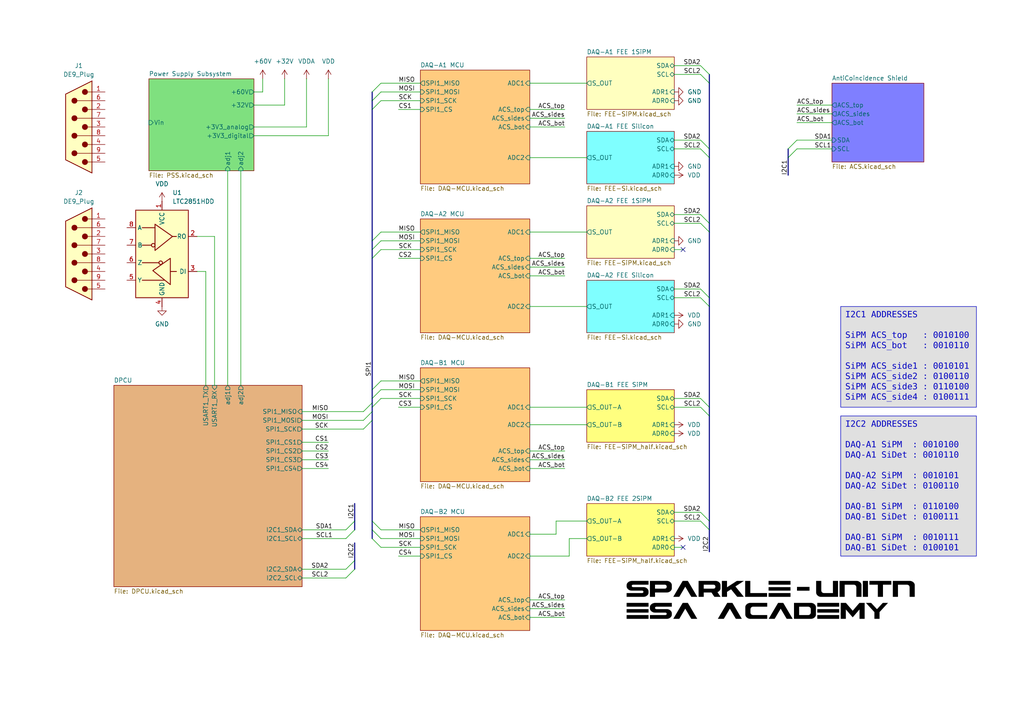
<source format=kicad_sch>
(kicad_sch (version 20231120) (generator "eeschema") (generator_version "8.0")
  (paper "A4")
  (title_block (title "SPaRKLE electronic subsystem") (date "2024-10-17") (rev "1.0"))
  (lib_symbols
    (symbol "Connector:DE9_Plug" (pin_names (offset 1.016) hide)
      (property "Reference" "J" (at 0 13.97 0))
      (property "Value" "DE9_Plug" (at 0 -14.605 0))
      (symbol "DE9_Plug_0_1"
        (circle (center -1.778 -10.16) (radius 0.762) (fill (type outline)))
        (circle (center -1.778 -5.08) (radius 0.762) (fill (type outline)))
        (circle (center -1.778 0) (radius 0.762) (fill (type outline)))
        (circle (center -1.778 5.08) (radius 0.762) (fill (type outline)))
        (circle (center -1.778 10.16) (radius 0.762) (fill (type outline)))
        (polyline (pts (xy -3.81 -10.16) (xy -2.54 -10.16)))
        (polyline (pts (xy -3.81 -7.62) (xy 0.508 -7.62)))
        (polyline (pts (xy -3.81 -5.08) (xy -2.54 -5.08)))
        (polyline (pts (xy -3.81 -2.54) (xy 0.508 -2.54)))
        (polyline (pts (xy -3.81 0) (xy -2.54 0)))
        (polyline (pts (xy -3.81 2.54) (xy 0.508 2.54)))
        (polyline (pts (xy -3.81 5.08) (xy -2.54 5.08)))
        (polyline (pts (xy -3.81 7.62) (xy 0.508 7.62)))
        (polyline (pts (xy -3.81 10.16) (xy -2.54 10.16)))
        (polyline (pts (xy -3.81 -13.335) (xy -3.81 13.335) (xy 3.81 9.525) (xy 3.81 -9.525) (xy -3.81 -13.335)) (stroke (width 0.254)) (fill (type background)))
        (circle (center 1.27 -7.62) (radius 0.762) (fill (type outline)))
        (circle (center 1.27 -2.54) (radius 0.762) (fill (type outline)))
        (circle (center 1.27 2.54) (radius 0.762) (fill (type outline)))
        (circle (center 1.27 7.62) (radius 0.762) (fill (type outline)))
      )
      (symbol "DE9_Plug_1_1"
        (pin passive line (at -7.62 -10.16 0) (length 3.81) (name "1") (number "1"))
        (pin passive line (at -7.62 -5.08 0) (length 3.81) (name "2") (number "2"))
        (pin passive line (at -7.62 0 0) (length 3.81) (name "3") (number "3"))
        (pin passive line (at -7.62 5.08 0) (length 3.81) (name "4") (number "4"))
        (pin passive line (at -7.62 10.16 0) (length 3.81) (name "5") (number "5"))
        (pin passive line (at -7.62 -7.62 0) (length 3.81) (name "6") (number "6"))
        (pin passive line (at -7.62 -2.54 0) (length 3.81) (name "7") (number "7"))
        (pin passive line (at -7.62 2.54 0) (length 3.81) (name "8") (number "8"))
        (pin passive line (at -7.62 7.62 0) (length 3.81) (name "9") (number "9"))
      )
    )
    (symbol "Interface_UART:LTC2851xDD"
      (property "Reference" "U" (at -6.985 13.97 0))
      (property "Value" "LTC2851xDD" (at 7.62 13.97 0))
      (symbol "LTC2851xDD_0_1"
        (rectangle (start -7.62 12.7) (end 7.62 -12.7) (stroke (width 0.254)) (fill (type background)))
      )
      (symbol "LTC2851xDD_1_1"
        (polyline (pts (xy -2.54 -5.08) (xy -4.191 -5.08)) (stroke (width 0.254)))
        (polyline (pts (xy -0.635 -7.62) (xy 5.715 -7.62)) (stroke (width 0.254)))
        (polyline (pts (xy 0.889 -2.54) (xy 5.715 -2.54)) (stroke (width 0.254)))
        (polyline (pts (xy 2.032 7.62) (xy 5.715 7.62)) (stroke (width 0.254)))
        (polyline (pts (xy 3.048 2.54) (xy 5.715 2.54)) (stroke (width 0.254)))
        (polyline (pts (xy -3.175 5.08) (xy -4.191 5.08) (xy -4.064 5.08)) (stroke (width 0.254)))
        (polyline (pts (xy -2.413 -5.08) (xy -2.413 -1.27) (xy 2.667 -4.826) (xy -2.413 -8.89) (xy -2.413 -5.08)) (stroke (width 0.254)))
        (polyline (pts (xy 2.032 4.826) (xy 2.032 8.636) (xy -3.048 5.08) (xy 2.032 1.016) (xy 2.032 4.826)) (stroke (width 0.254)))
        (circle (center 0.381 -2.54) (radius 0.508) (stroke (width 0.254)))
        (circle (center 2.54 2.54) (radius 0.508) (stroke (width 0.254)))
        (pin power_in line (at 0 15.24 270) (length 2.54) (name "VCC") (number "1"))
        (pin output line (at -10.16 5.08 0) (length 2.54) (name "RO") (number "2"))
        (pin input line (at -10.16 -5.08 0) (length 2.54) (name "DI") (number "3"))
        (pin power_in line (at 0 -15.24 90) (length 2.54) (name "GND") (number "4"))
        (pin output line (at 10.16 -7.62 180) (length 2.54) (name "Y") (number "5"))
        (pin output line (at 10.16 -2.54 180) (length 2.54) (name "Z") (number "6"))
        (pin input line (at 10.16 2.54 180) (length 2.54) (name "B") (number "7"))
        (pin input line (at 10.16 7.62 180) (length 2.54) (name "A") (number "8"))
        (pin passive line (at 0 -15.24 90) (length 2.54) hide (name "GND") (number "9"))
      )
    )
    (symbol "power:+BATT" (power) (pin_numbers hide) (pin_names (offset 0) hide)
      (property "Value" "+BATT" (at 0 3.556 0))
      (symbol "+BATT_0_1"
        (polyline (pts (xy -0.762 1.27) (xy 0 2.54)))
        (polyline (pts (xy 0 0) (xy 0 2.54)))
        (polyline (pts (xy 0 2.54) (xy 0.762 1.27)))
      )
      (symbol "+BATT_1_1"
        (pin power_in line (at 0 0 90) (length 0) (name "~") (number "1"))
      )
    )
    (symbol "power:GND" (power) (pin_numbers hide) (pin_names (offset 0) hide)
      (property "Value" "GND" (at 0 -3.81 0))
      (symbol "GND_0_1"
        (polyline (pts (xy 0 0) (xy 0 -1.27) (xy 1.27 -1.27) (xy 0 -2.54) (xy -1.27 -1.27) (xy 0 -1.27)))
      )
      (symbol "GND_1_1"
        (pin power_in line (at 0 0 270) (length 0) (name "~") (number "1"))
      )
    )
    (symbol "power:VDD" (power) (pin_numbers hide) (pin_names (offset 0) hide)
      (property "Value" "VDD" (at 0 3.556 0))
      (symbol "VDD_0_1"
        (polyline (pts (xy -0.762 1.27) (xy 0 2.54)))
        (polyline (pts (xy 0 0) (xy 0 2.54)))
        (polyline (pts (xy 0 2.54) (xy 0.762 1.27)))
      )
      (symbol "VDD_1_1"
        (pin power_in line (at 0 0 90) (length 0) (name "~") (number "1"))
      )
    )
  )
  (no_connect (at 198.12 72.39))
  (no_connect (at 198.12 158.75))
  (bus_entry (at 205.74 151.13) (size -2.54 -2.54))
  (bus_entry (at 205.74 43.18) (size -2.54 -2.54))
  (bus_entry (at 107.95 151.13) (size 2.54 2.54))
  (bus_entry (at 107.95 115.57) (size 2.54 -2.54))
  (bus_entry (at 105.41 121.92) (size 2.54 -2.54))
  (bus_entry (at 205.74 45.72) (size -2.54 -2.54))
  (bus_entry (at 107.95 153.67) (size 2.54 2.54))
  (bus_entry (at 107.95 69.85) (size 2.54 -2.54))
  (bus_entry (at 205.74 67.31) (size -2.54 -2.54))
  (bus_entry (at 205.74 64.77) (size -2.54 -2.54))
  (bus_entry (at 107.95 72.39) (size 2.54 -2.54))
  (bus_entry (at 205.74 86.36) (size -2.54 -2.54))
  (bus_entry (at 205.74 24.13) (size -2.54 -2.54))
  (bus_entry (at 105.41 119.38) (size 2.54 -2.54))
  (bus_entry (at 100.33 153.67) (size 2.54 -2.54))
  (bus_entry (at 107.95 29.21) (size 2.54 -2.54))
  (bus_entry (at 205.74 153.67) (size -2.54 -2.54))
  (bus_entry (at 205.74 88.9) (size -2.54 -2.54))
  (bus_entry (at 107.95 31.75) (size 2.54 -2.54))
  (bus_entry (at 100.33 165.1) (size 2.54 -2.54))
  (bus_entry (at 107.95 113.03) (size 2.54 -2.54))
  (bus_entry (at 105.41 124.46) (size 2.54 -2.54))
  (bus_entry (at 205.74 120.65) (size -2.54 -2.54))
  (bus_entry (at 205.74 118.11) (size -2.54 -2.54))
  (bus_entry (at 107.95 26.67) (size 2.54 -2.54))
  (bus_entry (at 228.6 45.72) (size 2.54 -2.54))
  (bus_entry (at 107.95 156.21) (size 2.54 2.54))
  (bus_entry (at 228.6 43.18) (size 2.54 -2.54))
  (bus_entry (at 100.33 167.64) (size 2.54 -2.54))
  (bus_entry (at 107.95 74.93) (size 2.54 -2.54))
  (bus_entry (at 100.33 156.21) (size 2.54 -2.54))
  (bus_entry (at 205.74 21.59) (size -2.54 -2.54))
  (bus_entry (at 107.95 118.11) (size 2.54 -2.54))
  (wire (pts (xy 87.63 135.89) (xy 95.25 135.89)))
  (wire (pts (xy 153.67 88.9) (xy 170.18 88.9)))
  (wire (pts (xy 153.67 34.29) (xy 163.83 34.29)))
  (wire (pts (xy 153.67 173.99) (xy 163.83 173.99)))
  (bus (pts (xy 102.87 162.56) (xy 102.87 165.1)))
  (wire (pts (xy 153.67 45.72) (xy 170.18 45.72)))
  (bus (pts (xy 107.95 116.84) (xy 107.95 118.11)))
  (wire (pts (xy 110.49 153.67) (xy 121.92 153.67)))
  (wire (pts (xy 203.2 64.77) (xy 195.58 64.77)))
  (wire (pts (xy 115.57 161.29) (xy 121.92 161.29)))
  (wire (pts (xy 153.67 77.47) (xy 163.83 77.47)))
  (wire (pts (xy 62.23 68.58) (xy 62.23 111.76)))
  (wire (pts (xy 87.63 130.81) (xy 95.25 130.81)))
  (wire (pts (xy 153.67 24.13) (xy 170.18 24.13)))
  (wire (pts (xy 87.63 124.46) (xy 105.41 124.46)))
  (wire (pts (xy 87.63 119.38) (xy 105.41 119.38)))
  (wire (pts (xy 73.66 26.67) (xy 76.2 26.67)))
  (bus (pts (xy 205.74 120.65) (xy 205.74 151.13)))
  (bus (pts (xy 107.95 72.39) (xy 107.95 74.93)))
  (bus (pts (xy 107.95 121.92) (xy 107.95 119.38)))
  (wire (pts (xy 203.2 21.59) (xy 195.58 21.59)))
  (wire (pts (xy 87.63 156.21) (xy 100.33 156.21)))
  (wire (pts (xy 110.49 69.85) (xy 121.92 69.85)))
  (wire (pts (xy 195.58 72.39) (xy 198.12 72.39)))
  (bus (pts (xy 205.74 67.31) (xy 205.74 86.36)))
  (wire (pts (xy 203.2 43.18) (xy 195.58 43.18)))
  (wire (pts (xy 153.67 80.01) (xy 163.83 80.01)))
  (wire (pts (xy 153.67 176.53) (xy 163.83 176.53)))
  (wire (pts (xy 110.49 72.39) (xy 121.92 72.39)))
  (bus (pts (xy 205.74 118.11) (xy 205.74 120.65)))
  (wire (pts (xy 203.2 151.13) (xy 195.58 151.13)))
  (wire (pts (xy 153.67 123.19) (xy 170.18 123.19)))
  (wire (pts (xy 76.2 22.86) (xy 76.2 26.67)))
  (wire (pts (xy 161.29 151.13) (xy 170.18 151.13)))
  (wire (pts (xy 95.25 22.86) (xy 95.25 39.37)))
  (wire (pts (xy 203.2 83.82) (xy 195.58 83.82)))
  (wire (pts (xy 153.67 74.93) (xy 163.83 74.93)))
  (bus (pts (xy 107.95 151.13) (xy 107.95 153.67)))
  (wire (pts (xy 153.67 133.35) (xy 163.83 133.35)))
  (wire (pts (xy 110.49 113.03) (xy 121.92 113.03)))
  (wire (pts (xy 87.63 165.1) (xy 100.33 165.1)))
  (wire (pts (xy 110.49 158.75) (xy 121.92 158.75)))
  (bus (pts (xy 205.74 86.36) (xy 205.74 88.9)))
  (wire (pts (xy 69.85 49.53) (xy 69.85 111.76)))
  (wire (pts (xy 203.2 86.36) (xy 195.58 86.36)))
  (wire (pts (xy 87.63 153.67) (xy 100.33 153.67)))
  (wire (pts (xy 153.67 161.29) (xy 165.1 161.29)))
  (wire (pts (xy 110.49 115.57) (xy 121.92 115.57)))
  (bus (pts (xy 107.95 26.67) (xy 107.95 29.21)))
  (wire (pts (xy 115.57 74.93) (xy 121.92 74.93)))
  (bus (pts (xy 205.74 153.67) (xy 205.74 160.02)))
  (wire (pts (xy 203.2 40.64) (xy 195.58 40.64)))
  (bus (pts (xy 107.95 69.85) (xy 107.95 72.39)))
  (bus (pts (xy 107.95 74.93) (xy 107.95 113.03)))
  (bus (pts (xy 205.74 151.13) (xy 205.74 153.67)))
  (bus (pts (xy 107.95 113.03) (xy 107.95 115.57)))
  (wire (pts (xy 57.15 78.74) (xy 59.69 78.74)))
  (wire (pts (xy 203.2 118.11) (xy 195.58 118.11)))
  (wire (pts (xy 110.49 24.13) (xy 121.92 24.13)))
  (bus (pts (xy 228.6 45.72) (xy 228.6 50.8)))
  (bus (pts (xy 205.74 24.13) (xy 205.74 43.18)))
  (bus (pts (xy 205.74 64.77) (xy 205.74 67.31)))
  (wire (pts (xy 88.9 22.86) (xy 88.9 36.83)))
  (wire (pts (xy 153.67 67.31) (xy 170.18 67.31)))
  (bus (pts (xy 107.95 119.38) (xy 107.95 118.11)))
  (bus (pts (xy 107.95 29.21) (xy 107.95 31.75)))
  (bus (pts (xy 102.87 157.48) (xy 102.87 162.56)))
  (wire (pts (xy 115.57 118.11) (xy 121.92 118.11)))
  (bus (pts (xy 228.6 43.18) (xy 228.6 45.72)))
  (wire (pts (xy 203.2 148.59) (xy 195.58 148.59)))
  (wire (pts (xy 153.67 154.94) (xy 161.29 154.94)))
  (bus (pts (xy 205.74 45.72) (xy 205.74 64.77)))
  (wire (pts (xy 57.15 68.58) (xy 62.23 68.58)))
  (wire (pts (xy 87.63 167.64) (xy 100.33 167.64)))
  (bus (pts (xy 102.87 146.05) (xy 102.87 151.13)))
  (bus (pts (xy 107.95 31.75) (xy 107.95 69.85)))
  (bus (pts (xy 107.95 115.57) (xy 107.95 116.84)))
  (wire (pts (xy 241.3 30.48) (xy 231.14 30.48)))
  (wire (pts (xy 231.14 43.18) (xy 241.3 43.18)))
  (wire (pts (xy 203.2 62.23) (xy 195.58 62.23)))
  (wire (pts (xy 87.63 121.92) (xy 105.41 121.92)))
  (wire (pts (xy 203.2 19.05) (xy 195.58 19.05)))
  (wire (pts (xy 110.49 110.49) (xy 121.92 110.49)))
  (wire (pts (xy 110.49 67.31) (xy 121.92 67.31)))
  (wire (pts (xy 66.04 49.53) (xy 66.04 111.76)))
  (bus (pts (xy 107.95 121.92) (xy 107.95 151.13)))
  (wire (pts (xy 115.57 31.75) (xy 121.92 31.75)))
  (wire (pts (xy 165.1 161.29) (xy 165.1 156.21)))
  (wire (pts (xy 231.14 40.64) (xy 241.3 40.64)))
  (wire (pts (xy 59.69 78.74) (xy 59.69 111.76)))
  (wire (pts (xy 165.1 156.21) (xy 170.18 156.21)))
  (wire (pts (xy 241.3 35.56) (xy 231.14 35.56)))
  (wire (pts (xy 110.49 29.21) (xy 121.92 29.21)))
  (wire (pts (xy 110.49 156.21) (xy 121.92 156.21)))
  (wire (pts (xy 153.67 31.75) (xy 163.83 31.75)))
  (wire (pts (xy 195.58 158.75) (xy 198.12 158.75)))
  (bus (pts (xy 205.74 43.18) (xy 205.74 45.72)))
  (wire (pts (xy 153.67 36.83) (xy 163.83 36.83)))
  (wire (pts (xy 153.67 130.81) (xy 163.83 130.81)))
  (wire (pts (xy 241.3 33.02) (xy 231.14 33.02)))
  (wire (pts (xy 87.63 128.27) (xy 95.25 128.27)))
  (wire (pts (xy 153.67 118.11) (xy 170.18 118.11)))
  (bus (pts (xy 102.87 151.13) (xy 102.87 153.67)))
  (wire (pts (xy 73.66 30.48) (xy 82.55 30.48)))
  (wire (pts (xy 153.67 135.89) (xy 163.83 135.89)))
  (wire (pts (xy 73.66 39.37) (xy 95.25 39.37)))
  (bus (pts (xy 205.74 21.59) (xy 205.74 24.13)))
  (wire (pts (xy 73.66 36.83) (xy 88.9 36.83)))
  (wire (pts (xy 161.29 154.94) (xy 161.29 151.13)))
  (wire (pts (xy 153.67 179.07) (xy 163.83 179.07)))
  (bus (pts (xy 107.95 153.67) (xy 107.95 156.21)))
  (wire (pts (xy 203.2 115.57) (xy 195.58 115.57)))
  (wire (pts (xy 87.63 133.35) (xy 95.25 133.35)))
  (bus (pts (xy 205.74 88.9) (xy 205.74 118.11)))
  (wire (pts (xy 110.49 26.67) (xy 121.92 26.67)))
  (wire (pts (xy 82.55 22.86) (xy 82.55 30.48)))
  (image (at 223.52 173.99) (scale 0.489235))
  (text_box "I2C2 ADDRESSES\n\nDAQ-A1 SiPM  : 0010100\nDAQ-A1 SiDet : 0010110\n\nDAQ-A2 SiPM  : 0010101\nDAQ-A2 SiDet : 0100110\n\nDAQ-B1 SiPM  : 0110100\nDAQ-B1 SiDet : 0100111\n\nDAQ-B1 SiPM  : 0010111\nDAQ-B1 SiDet : 0100101" (at 243.84 120.65 0) (size 39.37 40.64) (fill (type color) (color 194 194 194 0.5)) (effects (font (size 1.778 1.778)) (justify left top)))
  (text_box "I2C1 ADDRESSES\n\nSiPM ACS_top   : 0010100\nSiPM ACS_bot   : 0010110\n\nSiPM ACS_side1 : 0010101\nSiPM ACS_side2 : 0100110\nSiPM ACS_side3 : 0110100\nSiPM ACS_side4 : 0100111\n\n" (at 243.84 88.9 0) (size 39.37 29.21) (fill (type color) (color 194 194 194 0.5)) (effects (font (size 1.778 1.778)) (justify left top)))
  (label "SDA2" (at 203.2 40.64 180))
  (label "ACS_sides" (at 163.83 77.47 180))
  (label "I2C2" (at 205.74 160.02 90))
  (label "SDA1" (at 236.22 40.64 0))
  (label "SCL2" (at 203.2 21.59 180))
  (label "ACS_bot" (at 163.83 80.01 180))
  (label "SCL2" (at 203.2 118.11 180))
  (label "SDA2" (at 203.2 62.23 180))
  (label "I2C2" (at 102.87 157.48 270))
  (label "SDA2" (at 203.2 115.57 180))
  (label "SDA2" (at 203.2 83.82 180))
  (label "MISO" (at 115.57 153.67 0))
  (label "SCL2" (at 203.2 64.77 180))
  (label "ACS_sides" (at 163.83 176.53 180))
  (label "CS1" (at 95.25 128.27 180))
  (label "CS3" (at 95.25 133.35 180))
  (label "SCK" (at 95.25 124.46 180))
  (label "SCK" (at 115.57 115.57 0))
  (label "MOSI" (at 95.25 121.92 180))
  (label "SDA2" (at 203.2 148.59 180))
  (label "ACS_top" (at 163.83 130.81 180))
  (label "SCK" (at 115.57 158.75 0))
  (label "ACS_top" (at 231.14 30.48 0))
  (label "ACS_top" (at 163.83 31.75 180))
  (label "CS1" (at 115.57 31.75 0))
  (label "MOSI" (at 115.57 69.85 0))
  (label "MISO" (at 115.57 110.49 0))
  (label "MOSI" (at 115.57 26.67 0))
  (label "I2C1" (at 228.6 50.8 90))
  (label "SCL1" (at 96.52 156.21 180))
  (label "MISO" (at 95.25 119.38 180))
  (label "CS4" (at 115.57 161.29 0))
  (label "SCL1" (at 236.22 43.18 0))
  (label "SDA2" (at 203.2 19.05 180))
  (label "ACS_bot" (at 163.83 179.07 180))
  (label "CS3" (at 115.57 118.11 0))
  (label "ACS_sides" (at 163.83 133.35 180))
  (label "ACS_top" (at 163.83 74.93 180))
  (label "SDA2" (at 95.25 165.1 180))
  (label "ACS_top" (at 163.83 173.99 180))
  (label "MOSI" (at 115.57 113.03 0))
  (label "CS4" (at 95.25 135.89 180))
  (label "MISO" (at 115.57 24.13 0))
  (label "ACS_bot" (at 231.14 35.56 0))
  (label "ACS_bot" (at 163.83 135.89 180))
  (label "CS2" (at 115.57 74.93 0))
  (label "SCL2" (at 203.2 86.36 180))
  (label "SPI1" (at 107.95 109.22 90))
  (label "SDA1" (at 96.52 153.67 180))
  (label "SCK" (at 115.57 29.21 0))
  (label "I2C1" (at 102.87 146.05 270))
  (label "SCL2" (at 203.2 43.18 180))
  (label "SCL2" (at 203.2 151.13 180))
  (label "ACS_sides" (at 231.14 33.02 0))
  (label "MISO" (at 115.57 67.31 0))
  (label "ACS_sides" (at 163.83 34.29 180))
  (label "MOSI" (at 115.57 156.21 0))
  (label "SCK" (at 115.57 72.39 0))
  (label "ACS_bot" (at 163.83 36.83 180))
  (label "SCL2" (at 95.25 167.64 180))
  (label "CS2" (at 95.25 130.81 180))
  (symbol (lib_id "power:VDD") (at 195.58 91.44 270) (unit 1)
    (property "Reference" "#PWR012" (effects (hide yes)))
    (property "Value" "VDD" (at 199.39 91.4399 90) (effects (justify left)))
    (property "Description" "Power symbol creates a global label with name \"VDD\"" (effects (hide yes)))
  )
  (symbol (lib_id "power:GND") (at 195.58 26.67 90) (unit 1)
    (property "Reference" "#PWR05" (effects (hide yes)))
    (property "Value" "GND" (at 199.39 26.6699 90) (effects (justify right)))
    (property "Description" "Power symbol creates a global label with name \"GND\" , ground" (effects (hide yes)))
  )
  (symbol (lib_id "power:VDD") (at 195.58 123.19 270) (unit 1)
    (property "Reference" "#PWR014" (effects (hide yes)))
    (property "Value" "VDD" (at 199.39 123.1899 90) (effects (justify left)))
    (property "Description" "Power symbol creates a global label with name \"VDD\"" (effects (hide yes)))
  )
  (symbol (lib_id "power:+BATT") (at 82.55 22.86 0) (unit 1)
    (property "Reference" "#PWR02" (effects (hide yes)))
    (property "Value" "+32V" (at 82.55 17.78 0))
    (property "Description" "Power symbol creates a global label with name \"+BATT\"" (effects (hide yes)))
  )
  (symbol (lib_id "power:VDD") (at 195.58 50.8 270) (unit 1)
    (property "Reference" "#PWR08" (effects (hide yes)))
    (property "Value" "VDD" (at 199.39 50.7999 90) (effects (justify left)))
    (property "Description" "Power symbol creates a global label with name \"VDD\"" (effects (hide yes)))
  )
  (symbol (lib_id "power:+BATT") (at 76.2 22.86 0) (unit 1)
    (property "Reference" "#PWR01" (effects (hide yes)))
    (property "Value" "+60V" (at 76.2 17.78 0))
    (property "Description" "Power symbol creates a global label with name \"+BATT\"" (effects (hide yes)))
  )
  (symbol (lib_id "power:VDD") (at 195.58 125.73 270) (unit 1)
    (property "Reference" "#PWR015" (effects (hide yes)))
    (property "Value" "VDD" (at 199.39 125.7299 90) (effects (justify left)))
    (property "Description" "Power symbol creates a global label with name \"VDD\"" (effects (hide yes)))
  )
  (symbol (lib_id "power:GND") (at 195.58 48.26 90) (unit 1)
    (property "Reference" "#PWR07" (effects (hide yes)))
    (property "Value" "GND" (at 199.39 48.2599 90) (effects (justify right)))
    (property "Description" "Power symbol creates a global label with name \"GND\" , ground" (effects (hide yes)))
  )
  (symbol (lib_id "Connector:DE9_Plug") (at 22.86 36.83 180) (unit 1)
    (property "Reference" "J1" (at 22.86 19.05 0))
    (property "Value" "DE9_Plug" (at 22.86 21.59 0))
    (property "Datasheet" " ~" (effects (hide yes)))
    (property "Description" "9-pin male plug pin D-SUB connector" (effects (hide yes)))
  )
  (symbol (lib_id "power:VDD") (at 88.9 22.86 0) (unit 1)
    (property "Reference" "#PWR03" (effects (hide yes)))
    (property "Value" "VDDA" (at 88.9 17.78 0))
    (property "Description" "Power symbol creates a global label with name \"VDD\"" (effects (hide yes)))
  )
  (symbol (lib_id "Interface_UART:LTC2851xDD") (at 46.99 73.66 0) (mirror y) (unit 1)
    (property "Reference" "U1" (at 50.0065 55.88 0) (effects (justify right)))
    (property "Value" "LTC2851HDD" (at 50.0065 58.42 0) (effects (justify right)))
    (property "Footprint" "Package_DFN_QFN:DFN-8-1EP_3x3mm_P0.5mm_EP1.66x2.38mm" (effects (hide yes)))
    (property "Datasheet" "https://www.analog.com/media/en/technical-documentation/data-sheets/285012fe.pdf" (effects (hide yes)))
    (property "Description" "RS-485, RS-422 Full duplex 20Mbps transceiver, DFN-8" (effects (hide yes)))
  )
  (symbol (lib_id "power:GND") (at 46.99 88.9 0) (unit 1)
    (property "Reference" "#PWR011" (effects (hide yes)))
    (property "Value" "GND" (at 46.99 93.98 0))
    (property "Description" "Power symbol creates a global label with name \"GND\" , ground" (effects (hide yes)))
  )
  (symbol (lib_id "power:GND") (at 195.58 69.85 90) (unit 1)
    (property "Reference" "#PWR010" (effects (hide yes)))
    (property "Value" "GND" (at 199.39 69.8499 90) (effects (justify right)))
    (property "Description" "Power symbol creates a global label with name \"GND\" , ground" (effects (hide yes)))
  )
  (symbol (lib_id "power:VDD") (at 95.25 22.86 0) (unit 1)
    (property "Reference" "#PWR04" (effects (hide yes)))
    (property "Value" "VDD" (at 95.25 17.78 0))
    (property "Description" "Power symbol creates a global label with name \"VDD\"" (effects (hide yes)))
  )
  (symbol (lib_id "power:VDD") (at 46.99 58.42 0) (unit 1)
    (property "Reference" "#PWR09" (effects (hide yes)))
    (property "Value" "VDD" (at 46.99 53.34 0))
    (property "Description" "Power symbol creates a global label with name \"VDD\"" (effects (hide yes)))
  )
  (symbol (lib_id "power:GND") (at 195.58 29.21 90) (unit 1)
    (property "Reference" "#PWR06" (effects (hide yes)))
    (property "Value" "GND" (at 199.39 29.2099 90) (effects (justify right)))
    (property "Description" "Power symbol creates a global label with name \"GND\" , ground" (effects (hide yes)))
  )
  (symbol (lib_id "power:GND") (at 195.58 93.98 90) (unit 1)
    (property "Reference" "#PWR013" (effects (hide yes)))
    (property "Value" "GND" (at 199.39 93.9799 90) (effects (justify right)))
    (property "Description" "Power symbol creates a global label with name \"GND\" , ground" (effects (hide yes)))
  )
  (symbol (lib_id "Connector:DE9_Plug") (at 22.86 73.66 180) (unit 1)
    (property "Reference" "J2" (at 22.86 55.88 0))
    (property "Value" "DE9_Plug" (at 22.86 58.42 0))
    (property "Datasheet" " ~" (effects (hide yes)))
    (property "Description" "9-pin male plug pin D-SUB connector" (effects (hide yes)))
  )
  (symbol (lib_id "power:VDD") (at 195.58 156.21 270) (unit 1)
    (property "Reference" "#PWR016" (effects (hide yes)))
    (property "Value" "VDD" (at 199.39 156.2099 90) (effects (justify left)))
    (property "Description" "Power symbol creates a global label with name \"VDD\"" (effects (hide yes)))
  )
  (sheet (at 170.18 113.03) (size 25.4 15.24) (stroke (width 0.1524)) (fill (color 255 255 0 0.5000))
    (property "Sheetname" "DAQ-B1 FEE SiPM" (at 170.18 112.3184 0) (effects (justify left bottom)))
    (property "Sheetfile" "FEE-SiPM_half.kicad_sch" (at 170.18 128.8546 0) (effects (justify left top)))
    (pin "SCL" bidirectional (at 195.58 118.11 0))
    (pin "SDA" bidirectional (at 195.58 115.57 0))
    (pin "S_OUT-A" output (at 170.18 118.11 180))
    (pin "S_OUT-B" output (at 170.18 123.19 180))
    (pin "ADR1" input (at 195.58 123.19 0))
    (pin "ADR0" input (at 195.58 125.73 0))
  )
  (sheet (at 121.92 149.86) (size 31.75 33.02) (stroke (width 0.1524)) (fill (color 255 153 0 0.5000))
    (property "Sheetname" "DAQ-B2 MCU" (at 121.92 149.1484 0) (effects (justify left bottom)))
    (property "Sheetfile" "DAQ-MCU.kicad_sch" (at 121.92 183.4646 0) (effects (justify left top)))
    (pin "SPI1_MISO" output (at 121.92 153.67 180))
    (pin "SPI1_MOSI" input (at 121.92 156.21 180))
    (pin "SPI1_SCK" input (at 121.92 158.75 180))
    (pin "SPI1_CS" input (at 121.92 161.29 180))
    (pin "ADC1" input (at 153.67 154.94 0))
    (pin "ADC2" input (at 153.67 161.29 0))
    (pin "ACS_top" input (at 153.67 173.99 0))
    (pin "ACS_bot" input (at 153.67 179.07 0))
    (pin "ACS_sides" input (at 153.67 176.53 0))
  )
  (sheet (at 170.18 81.28) (size 25.4 15.24) (stroke (width 0.1524)) (fill (color 0 255 255 0.5000))
    (property "Sheetname" "DAQ-A2 FEE Silicon" (at 170.18 80.5684 0) (effects (justify left bottom)))
    (property "Sheetfile" "FEE-Si.kicad_sch" (at 170.18 97.1046 0) (effects (justify left top)))
    (pin "S_OUT" output (at 170.18 88.9 180))
    (pin "SDA" bidirectional (at 195.58 83.82 0))
    (pin "SCL" bidirectional (at 195.58 86.36 0))
    (pin "ADR0" input (at 195.58 93.98 0))
    (pin "ADR1" input (at 195.58 91.44 0))
  )
  (sheet (at 121.92 106.68) (size 31.75 33.02) (stroke (width 0.1524)) (fill (color 255 153 0 0.5000))
    (property "Sheetname" "DAQ-B1 MCU" (at 121.92 105.9684 0) (effects (justify left bottom)))
    (property "Sheetfile" "DAQ-MCU.kicad_sch" (at 121.92 140.2846 0) (effects (justify left top)))
    (pin "SPI1_MISO" output (at 121.92 110.49 180))
    (pin "SPI1_MOSI" input (at 121.92 113.03 180))
    (pin "SPI1_SCK" input (at 121.92 115.57 180))
    (pin "SPI1_CS" input (at 121.92 118.11 180))
    (pin "ADC1" input (at 153.67 118.11 0))
    (pin "ADC2" input (at 153.67 123.19 0))
    (pin "ACS_top" input (at 153.67 130.81 0))
    (pin "ACS_bot" input (at 153.67 135.89 0))
    (pin "ACS_sides" input (at 153.67 133.35 0))
  )
  (sheet (at 43.18 22.86) (size 30.48 26.67) (stroke (width 0.1524)) (fill (color 0 194 0 0.5000))
    (property "Sheetname" "Power Supply Subsystem" (at 43.18 22.1484 0) (effects (justify left bottom)))
    (property "Sheetfile" "PSS.kicad_sch" (at 43.18 50.1146 0) (effects (justify left top)))
    (pin "+3V3_analog" output (at 73.66 36.83 0))
    (pin "adj1" input (at 66.04 49.53 270))
    (pin "adj2" input (at 69.85 49.53 270))
    (pin "+3V3_digital" output (at 73.66 39.37 0))
    (pin "+60V" output (at 73.66 26.67 0))
    (pin "+32V" output (at 73.66 30.48 0))
    (pin "Vin" input (at 43.18 35.56 180))
  )
  (sheet (at 121.92 20.32) (size 31.75 33.02) (stroke (width 0.1524)) (fill (color 255 153 0 0.5000))
    (property "Sheetname" "DAQ-A1 MCU" (at 121.92 19.6084 0) (effects (justify left bottom)))
    (property "Sheetfile" "DAQ-MCU.kicad_sch" (at 121.92 53.9246 0) (effects (justify left top)))
    (pin "SPI1_MISO" output (at 121.92 24.13 180))
    (pin "SPI1_MOSI" input (at 121.92 26.67 180))
    (pin "SPI1_SCK" input (at 121.92 29.21 180))
    (pin "SPI1_CS" input (at 121.92 31.75 180))
    (pin "ADC1" input (at 153.67 24.13 0))
    (pin "ADC2" input (at 153.67 45.72 0))
    (pin "ACS_top" input (at 153.67 31.75 0))
    (pin "ACS_bot" input (at 153.67 36.83 0))
    (pin "ACS_sides" input (at 153.67 34.29 0))
  )
  (sheet (at 241.3 24.13) (size 26.67 22.86) (stroke (width 0.1524)) (fill (color 0 0 255 0.5000))
    (property "Sheetname" "AntiCoincidence Shield" (at 241.3 23.4184 0) (effects (justify left bottom)))
    (property "Sheetfile" "ACS.kicad_sch" (at 241.3 47.5746 0) (effects (justify left top)))
    (pin "ACS_sides" output (at 241.3 33.02 180))
    (pin "ACS_top" output (at 241.3 30.48 180))
    (pin "ACS_bot" output (at 241.3 35.56 180))
    (pin "SCL" input (at 241.3 43.18 180))
    (pin "SDA" input (at 241.3 40.64 180))
  )
  (sheet (at 33.02 111.76) (size 54.61 58.42) (stroke (width 0.1524)) (fill (color 204 102 0 0.5000))
    (property "Sheetname" "DPCU" (at 33.02 111.0484 0) (effects (justify left bottom)))
    (property "Sheetfile" "DPCU.kicad_sch" (at 33.02 170.7646 0) (effects (justify left top)))
    (pin "SPI1_MISO" input (at 87.63 119.38 0))
    (pin "SPI1_MOSI" output (at 87.63 121.92 0))
    (pin "USART1_TX" output (at 59.69 111.76 90))
    (pin "USART1_RX" input (at 62.23 111.76 90))
    (pin "SPI1_SCK" output (at 87.63 124.46 0))
    (pin "I2C1_SDA" bidirectional (at 87.63 153.67 0))
    (pin "I2C1_SCL" bidirectional (at 87.63 156.21 0))
    (pin "SPI1_CS4" output (at 87.63 135.89 0))
    (pin "SPI1_CS3" output (at 87.63 133.35 0))
    (pin "SPI1_CS2" output (at 87.63 130.81 0))
    (pin "SPI1_CS1" output (at 87.63 128.27 0))
    (pin "I2C2_SDA" bidirectional (at 87.63 165.1 0))
    (pin "I2C2_SCL" bidirectional (at 87.63 167.64 0))
    (pin "adj1" output (at 66.04 111.76 90))
    (pin "adj2" output (at 69.85 111.76 90))
  )
  (sheet (at 170.18 59.69) (size 25.4 15.24) (stroke (width 0.1524)) (fill (color 255 255 0 0.2500))
    (property "Sheetname" "DAQ-A2 FEE 1SiPM" (at 170.18 58.9784 0) (effects (justify left bottom)))
    (property "Sheetfile" "FEE-SiPM.kicad_sch" (at 170.18 75.5146 0) (effects (justify left top)))
    (pin "S_OUT" output (at 170.18 67.31 180))
    (pin "SCL" bidirectional (at 195.58 64.77 0))
    (pin "SDA" bidirectional (at 195.58 62.23 0))
    (pin "ADR1" input (at 195.58 69.85 0))
    (pin "ADR0" input (at 195.58 72.39 0))
  )
  (sheet (at 170.18 146.05) (size 25.4 15.24) (stroke (width 0.1524)) (fill (color 255 255 0 0.5000))
    (property "Sheetname" "DAQ-B2 FEE 2SiPM" (at 170.18 145.3384 0) (effects (justify left bottom)))
    (property "Sheetfile" "FEE-SiPM_half.kicad_sch" (at 170.18 161.8746 0) (effects (justify left top)))
    (pin "SCL" bidirectional (at 195.58 151.13 0))
    (pin "SDA" bidirectional (at 195.58 148.59 0))
    (pin "S_OUT-A" output (at 170.18 151.13 180))
    (pin "S_OUT-B" output (at 170.18 156.21 180))
    (pin "ADR1" input (at 195.58 156.21 0))
    (pin "ADR0" input (at 195.58 158.75 0))
  )
  (sheet (at 170.18 38.1) (size 25.4 15.24) (stroke (width 0.1524)) (fill (color 0 255 255 0.5000))
    (property "Sheetname" "DAQ-A1 FEE Silicon" (at 170.18 37.3884 0) (effects (justify left bottom)))
    (property "Sheetfile" "FEE-Si.kicad_sch" (at 170.18 53.9246 0) (effects (justify left top)))
    (pin "S_OUT" output (at 170.18 45.72 180))
    (pin "SDA" bidirectional (at 195.58 40.64 0))
    (pin "SCL" bidirectional (at 195.58 43.18 0))
    (pin "ADR0" input (at 195.58 50.8 0))
    (pin "ADR1" input (at 195.58 48.26 0))
  )
  (sheet (at 121.92 63.5) (size 31.75 33.02) (stroke (width 0.1524)) (fill (color 255 153 0 0.5000))
    (property "Sheetname" "DAQ-A2 MCU" (at 121.92 62.7884 0) (effects (justify left bottom)))
    (property "Sheetfile" "DAQ-MCU.kicad_sch" (at 121.92 97.1046 0) (effects (justify left top)))
    (pin "SPI1_MISO" output (at 121.92 67.31 180))
    (pin "SPI1_MOSI" input (at 121.92 69.85 180))
    (pin "SPI1_SCK" input (at 121.92 72.39 180))
    (pin "SPI1_CS" input (at 121.92 74.93 180))
    (pin "ADC1" input (at 153.67 67.31 0))
    (pin "ADC2" input (at 153.67 88.9 0))
    (pin "ACS_top" input (at 153.67 74.93 0))
    (pin "ACS_bot" input (at 153.67 80.01 0))
    (pin "ACS_sides" input (at 153.67 77.47 0))
  )
  (sheet (at 170.18 16.51) (size 25.4 15.24) (stroke (width 0.1524)) (fill (color 255 255 0 0.2500))
    (property "Sheetname" "DAQ-A1 FEE 1SiPM" (at 170.18 15.7984 0) (effects (justify left bottom)))
    (property "Sheetfile" "FEE-SiPM.kicad_sch" (at 170.18 32.3346 0) (effects (justify left top)))
    (pin "S_OUT" output (at 170.18 24.13 180))
    (pin "SCL" bidirectional (at 195.58 21.59 0))
    (pin "SDA" bidirectional (at 195.58 19.05 0))
    (pin "ADR1" input (at 195.58 26.67 0))
    (pin "ADR0" input (at 195.58 29.21 0))
  )
)
</source>
